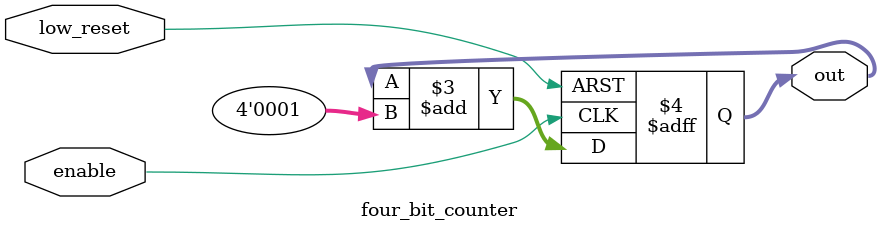
<source format=v>
module four_bit_counter(input enable, 
                        input low_reset,
                       output reg [3:0] out);
  always @(posedge enable or negedge low_reset) begin
    if(~low_reset) begin
      out <= 4'b0;
    end
    else if (enable) begin
      out <= out + 4'b0001;
        end
  end
  

endmodule
</source>
